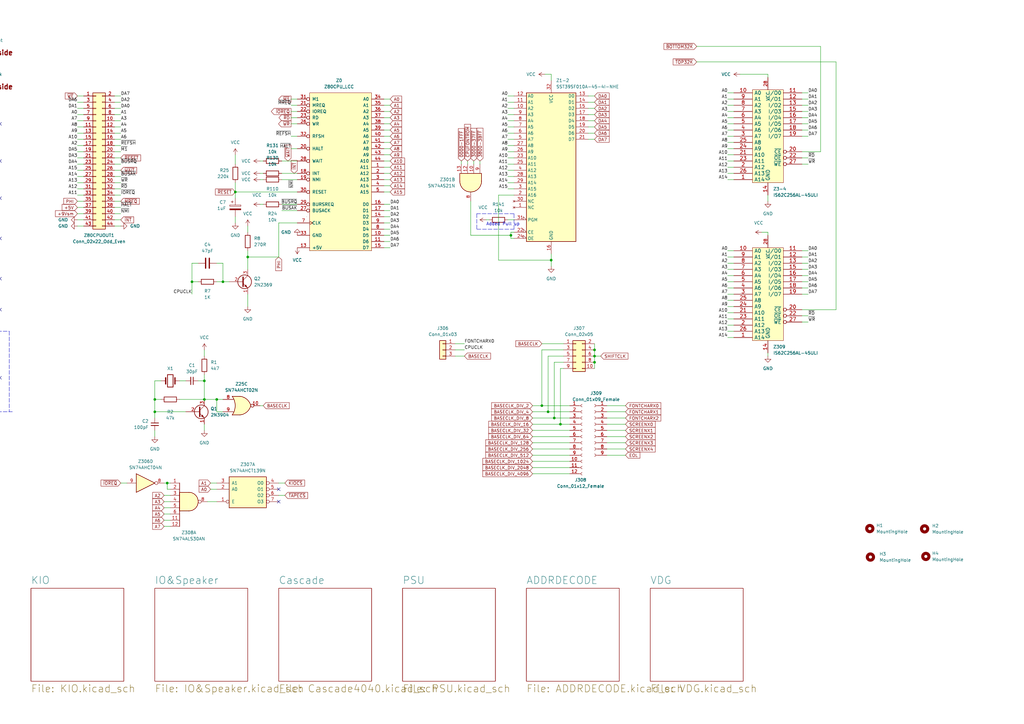
<source format=kicad_sch>
(kicad_sch (version 20211123) (generator eeschema)
  (paper "A3")
  (title_block (title "JupiterAce Z80 plus KIO and new memory format.") (date "2020-05-12") (rev "Alpha") (company "Ontobus") (comment 1 "John Bradley") (comment 2 "https://creativecommons.org/licenses/by-nc-sa/4.0/") (comment 3 "Attribution-NonCommercial-ShareAlike 4.0 International License.") (comment 4 "This work is licensed under a Creative Commons "))
  (junction (at 83.82 163.83))
  (junction (at 63.5 163.83))
  (junction (at 91.44 115.57))
  (junction (at 226.06 106.68))
  (junction (at 243.84 148.59))
  (junction (at 96.52 78.74))
  (junction (at 101.6 105.41))
  (junction (at 83.82 156.21))
  (junction (at 229.87 173.99))
  (junction (at 209.55 96.52))
  (junction (at 243.84 143.51))
  (junction (at 68.58 198.12))
  (junction (at 63.5 168.91))
  (junction (at 222.25 166.37))
  (junction (at 243.84 146.05))
  (junction (at 78.74 115.57))
  (junction (at 88.9 163.83))
  (junction (at 224.79 168.91))
  (junction (at 227.33 171.45))
  (no_connect (at -15.24 157.48))
  (no_connect (at -15.24 152.4))
  (no_connect (at 0 81.28))
  (no_connect (at -15.24 83.82))
  (no_connect (at 0 97.79))
  (no_connect (at -15.24 111.76))
  (no_connect (at -15.24 63.5))
  (no_connect (at -15.24 124.46))
  (no_connect (at -15.24 95.25))
  (no_connect (at -17.78 147.32))
  (no_connect (at 0 127))
  (no_connect (at -15.24 48.26))
  (no_connect (at -33.02 165.1))
  (no_connect (at 0 66.04))
  (no_connect (at 114.3 205.74))
  (no_connect (at -15.24 116.84))
  (no_connect (at 0 114.3))
  (no_connect (at -33.02 160.02))
  (no_connect (at -15.24 53.34))
  (no_connect (at -15.24 129.54))
  (no_connect (at -15.24 78.74))
  (no_connect (at 114.3 200.66))
  (no_connect (at -17.78 162.56))
  (no_connect (at -33.02 144.78))
  (no_connect (at -33.02 149.86))
  (no_connect (at 0 50.8))
  (no_connect (at -15.24 100.33))
  (no_connect (at 0 154.94))
  (no_connect (at -15.24 68.58))
  (wire (pts (xy 248.92 176.53) (xy 256.54 176.53)))
  (wire (pts (xy 300.99 71.12) (xy 298.45 71.12)))
  (wire (pts (xy 328.93 127) (xy 342.9 127)))
  (wire (pts (xy 226.06 104.14) (xy 226.06 106.68)))
  (wire (pts (xy 241.3 39.37) (xy 243.84 39.37)))
  (wire (pts (xy 107.95 73.66) (xy 106.68 73.66)))
  (wire (pts (xy 34.29 64.77) (xy 31.75 64.77)))
  (wire (pts (xy 227.33 171.45) (xy 233.68 171.45)))
  (wire (pts (xy 34.29 44.45) (xy 31.75 44.45)))
  (wire (pts (xy 210.82 74.93) (xy 208.28 74.93)))
  (wire (pts (xy 300.99 118.11) (xy 298.45 118.11)))
  (wire (pts (xy 209.55 96.52) (xy 209.55 97.79)))
  (wire (pts (xy 248.92 171.45) (xy 256.54 171.45)))
  (wire (pts (xy 204.47 80.01) (xy 210.82 80.01)))
  (wire (pts (xy 328.93 120.65) (xy 331.47 120.65)))
  (polyline (pts (xy 195.58 87.63) (xy 195.58 93.98)))
  (wire (pts (xy 46.99 69.85) (xy 49.53 69.85)))
  (wire (pts (xy 328.93 64.77) (xy 331.47 64.77)))
  (wire (pts (xy 157.48 86.36) (xy 160.02 86.36)))
  (wire (pts (xy 46.99 54.61) (xy 49.53 54.61)))
  (wire (pts (xy 81.28 115.57) (xy 78.74 115.57)))
  (wire (pts (xy 46.99 90.17) (xy 49.53 90.17)))
  (wire (pts (xy 300.99 63.5) (xy 298.45 63.5)))
  (wire (pts (xy 328.93 113.03) (xy 331.47 113.03)))
  (wire (pts (xy 157.48 43.18) (xy 160.02 43.18)))
  (wire (pts (xy 210.82 77.47) (xy 208.28 77.47)))
  (wire (pts (xy 34.29 57.15) (xy 31.75 57.15)))
  (wire (pts (xy 248.92 168.91) (xy 256.54 168.91)))
  (wire (pts (xy 300.99 48.26) (xy 298.45 48.26)))
  (wire (pts (xy 34.29 52.07) (xy 31.75 52.07)))
  (wire (pts (xy 68.58 198.12) (xy 67.31 198.12)))
  (wire (pts (xy 121.92 50.8) (xy 119.38 50.8)))
  (wire (pts (xy 83.82 156.21) (xy 83.82 163.83)))
  (wire (pts (xy 46.99 39.37) (xy 49.53 39.37)))
  (wire (pts (xy 93.98 115.57) (xy 91.44 115.57)))
  (wire (pts (xy 46.99 57.15) (xy 49.53 57.15)))
  (wire (pts (xy 96.52 78.74) (xy 121.92 78.74)))
  (wire (pts (xy 157.48 88.9) (xy 160.02 88.9)))
  (wire (pts (xy 314.96 80.01) (xy 314.96 82.55)))
  (polyline (pts (xy 210.82 87.63) (xy 195.58 87.63)))
  (wire (pts (xy 34.29 82.55) (xy 31.75 82.55)))
  (wire (pts (xy 300.99 128.27) (xy 298.45 128.27)))
  (wire (pts (xy 63.5 179.07) (xy 63.5 176.53)))
  (wire (pts (xy 121.92 71.12) (xy 115.57 71.12)))
  (wire (pts (xy 210.82 49.53) (xy 208.28 49.53)))
  (wire (pts (xy 328.93 129.54) (xy 331.47 129.54)))
  (wire (pts (xy 106.68 166.37) (xy 107.95 166.37)))
  (wire (pts (xy 243.84 146.05) (xy 243.84 148.59)))
  (wire (pts (xy 248.92 173.99) (xy 256.54 173.99)))
  (wire (pts (xy 119.38 55.88) (xy 121.92 55.88)))
  (wire (pts (xy 107.95 66.04) (xy 106.68 66.04)))
  (wire (pts (xy 88.9 168.91) (xy 88.9 163.83)))
  (wire (pts (xy 210.82 54.61) (xy 208.28 54.61)))
  (wire (pts (xy 218.44 181.61) (xy 233.68 181.61)))
  (wire (pts (xy 96.52 63.5) (xy 96.52 67.31)))
  (wire (pts (xy 31.75 90.17) (xy 34.29 90.17)))
  (wire (pts (xy 34.29 74.93) (xy 31.75 74.93)))
  (wire (pts (xy 314.96 30.48) (xy 303.53 30.48)))
  (wire (pts (xy 69.85 208.28) (xy 67.31 208.28)))
  (wire (pts (xy 69.85 210.82) (xy 67.31 210.82)))
  (wire (pts (xy 210.82 90.17) (xy 208.28 90.17)))
  (wire (pts (xy 210.82 39.37) (xy 208.28 39.37)))
  (wire (pts (xy 300.99 125.73) (xy 298.45 125.73)))
  (wire (pts (xy 328.93 62.23) (xy 336.55 62.23)))
  (wire (pts (xy 222.25 140.97) (xy 231.14 140.97)))
  (wire (pts (xy 248.92 179.07) (xy 256.54 179.07)))
  (wire (pts (xy 157.48 68.58) (xy 160.02 68.58)))
  (wire (pts (xy 218.44 191.77) (xy 233.68 191.77)))
  (wire (pts (xy 46.99 74.93) (xy 49.53 74.93)))
  (wire (pts (xy 121.92 60.96) (xy 119.38 60.96)))
  (wire (pts (xy 157.48 58.42) (xy 160.02 58.42)))
  (wire (pts (xy 300.99 138.43) (xy 298.45 138.43)))
  (wire (pts (xy 300.99 113.03) (xy 298.45 113.03)))
  (polyline (pts (xy 195.58 93.98) (xy 210.82 93.98)))
  (wire (pts (xy 328.93 40.64) (xy 331.47 40.64)))
  (wire (pts (xy 46.99 85.09) (xy 49.53 85.09)))
  (wire (pts (xy 96.52 91.44) (xy 96.52 88.9)))
  (wire (pts (xy 241.3 44.45) (xy 243.84 44.45)))
  (wire (pts (xy 222.25 166.37) (xy 222.25 143.51)))
  (wire (pts (xy 300.99 105.41) (xy 298.45 105.41)))
  (wire (pts (xy 157.48 63.5) (xy 160.02 63.5)))
  (wire (pts (xy 210.82 95.25) (xy 209.55 95.25)))
  (wire (pts (xy 210.82 64.77) (xy 208.28 64.77)))
  (wire (pts (xy 63.5 168.91) (xy 63.5 171.45)))
  (wire (pts (xy 328.93 55.88) (xy 331.47 55.88)))
  (polyline (pts (xy -44.45 135.89) (xy 3.81 135.89)))
  (wire (pts (xy 157.48 73.66) (xy 160.02 73.66)))
  (wire (pts (xy 200.66 90.17) (xy 199.39 90.17)))
  (wire (pts (xy 328.93 48.26) (xy 331.47 48.26)))
  (wire (pts (xy 68.58 200.66) (xy 69.85 200.66)))
  (wire (pts (xy 107.95 71.12) (xy 106.68 71.12)))
  (wire (pts (xy 241.3 57.15) (xy 243.84 57.15)))
  (wire (pts (xy 114.3 198.12) (xy 116.84 198.12)))
  (wire (pts (xy 157.48 45.72) (xy 160.02 45.72)))
  (wire (pts (xy 210.82 41.91) (xy 208.28 41.91)))
  (wire (pts (xy 69.85 205.74) (xy 67.31 205.74)))
  (wire (pts (xy 300.99 38.1) (xy 298.45 38.1)))
  (wire (pts (xy 218.44 186.69) (xy 233.68 186.69)))
  (wire (pts (xy 46.99 49.53) (xy 49.53 49.53)))
  (wire (pts (xy 227.33 148.59) (xy 231.14 148.59)))
  (wire (pts (xy 243.84 148.59) (xy 243.84 151.13)))
  (wire (pts (xy 96.52 74.93) (xy 96.52 78.74)))
  (wire (pts (xy 300.99 45.72) (xy 298.45 45.72)))
  (wire (pts (xy 68.58 198.12) (xy 68.58 200.66)))
  (wire (pts (xy 226.06 33.02) (xy 226.06 30.48)))
  (wire (pts (xy 285.75 19.05) (xy 336.55 19.05)))
  (wire (pts (xy 63.5 156.21) (xy 63.5 163.83)))
  (wire (pts (xy 248.92 186.69) (xy 256.54 186.69)))
  (wire (pts (xy 210.82 67.31) (xy 208.28 67.31)))
  (wire (pts (xy 210.82 72.39) (xy 208.28 72.39)))
  (wire (pts (xy 63.5 163.83) (xy 63.5 168.91)))
  (wire (pts (xy 69.85 213.36) (xy 67.31 213.36)))
  (wire (pts (xy 69.85 198.12) (xy 68.58 198.12)))
  (wire (pts (xy 300.99 110.49) (xy 298.45 110.49)))
  (wire (pts (xy 157.48 60.96) (xy 160.02 60.96)))
  (wire (pts (xy 46.99 67.31) (xy 49.53 67.31)))
  (wire (pts (xy 88.9 200.66) (xy 86.36 200.66)))
  (wire (pts (xy 248.92 166.37) (xy 256.54 166.37)))
  (wire (pts (xy 46.99 52.07) (xy 49.53 52.07)))
  (wire (pts (xy 336.55 19.05) (xy 336.55 62.23)))
  (wire (pts (xy 106.68 83.82) (xy 107.95 83.82)))
  (wire (pts (xy 241.3 46.99) (xy 243.84 46.99)))
  (wire (pts (xy 209.55 95.25) (xy 209.55 96.52)))
  (wire (pts (xy 88.9 168.91) (xy 91.44 168.91)))
  (polyline (pts (xy -44.45 168.91) (xy -44.45 135.89)))
  (wire (pts (xy 81.28 156.21) (xy 83.82 156.21)))
  (wire (pts (xy 243.84 143.51) (xy 243.84 140.97)))
  (wire (pts (xy 34.29 77.47) (xy 31.75 77.47)))
  (wire (pts (xy 218.44 179.07) (xy 233.68 179.07)))
  (wire (pts (xy 300.99 133.35) (xy 298.45 133.35)))
  (wire (pts (xy 157.48 55.88) (xy 160.02 55.88)))
  (wire (pts (xy 46.99 44.45) (xy 49.53 44.45)))
  (wire (pts (xy 248.92 184.15) (xy 256.54 184.15)))
  (wire (pts (xy 300.99 73.66) (xy 298.45 73.66)))
  (wire (pts (xy 34.29 69.85) (xy 31.75 69.85)))
  (wire (pts (xy 222.25 166.37) (xy 233.68 166.37)))
  (wire (pts (xy 121.92 86.36) (xy 115.57 86.36)))
  (wire (pts (xy 300.99 58.42) (xy 298.45 58.42)))
  (wire (pts (xy 34.29 85.09) (xy 31.75 85.09)))
  (wire (pts (xy 157.48 78.74) (xy 160.02 78.74)))
  (wire (pts (xy 83.82 173.99) (xy 83.82 176.53)))
  (wire (pts (xy 46.99 62.23) (xy 49.53 62.23)))
  (wire (pts (xy 241.3 54.61) (xy 243.84 54.61)))
  (wire (pts (xy 300.99 68.58) (xy 298.45 68.58)))
  (wire (pts (xy 157.48 93.98) (xy 160.02 93.98)))
  (wire (pts (xy 157.48 96.52) (xy 160.02 96.52)))
  (wire (pts (xy 157.48 91.44) (xy 160.02 91.44)))
  (wire (pts (xy 218.44 194.31) (xy 233.68 194.31)))
  (wire (pts (xy 101.6 120.65) (xy 101.6 125.73)))
  (wire (pts (xy 222.25 143.51) (xy 231.14 143.51)))
  (wire (pts (xy 210.82 52.07) (xy 208.28 52.07)))
  (wire (pts (xy 328.93 45.72) (xy 331.47 45.72)))
  (wire (pts (xy 218.44 189.23) (xy 233.68 189.23)))
  (wire (pts (xy 300.99 135.89) (xy 298.45 135.89)))
  (wire (pts (xy 186.69 143.51) (xy 190.5 143.51)))
  (wire (pts (xy 300.99 115.57) (xy 298.45 115.57)))
  (wire (pts (xy 114.3 105.41) (xy 114.3 91.44)))
  (wire (pts (xy 34.29 80.01) (xy 31.75 80.01)))
  (wire (pts (xy 226.06 106.68) (xy 226.06 109.22)))
  (wire (pts (xy 300.99 50.8) (xy 298.45 50.8)))
  (wire (pts (xy 34.29 92.71) (xy 31.75 92.71)))
  (wire (pts (xy 328.93 105.41) (xy 331.47 105.41)))
  (wire (pts (xy 300.99 53.34) (xy 298.45 53.34)))
  (wire (pts (xy 189.23 67.31) (xy 189.23 66.04)))
  (wire (pts (xy 34.29 41.91) (xy 31.75 41.91)))
  (wire (pts (xy 52.07 198.12) (xy 49.53 198.12)))
  (wire (pts (xy 34.29 67.31) (xy 31.75 67.31)))
  (wire (pts (xy 210.82 62.23) (xy 208.28 62.23)))
  (wire (pts (xy 241.3 49.53) (xy 243.84 49.53)))
  (wire (pts (xy 328.93 38.1) (xy 331.47 38.1)))
  (wire (pts (xy 157.48 99.06) (xy 160.02 99.06)))
  (wire (pts (xy 101.6 105.41) (xy 101.6 110.49)))
  (wire (pts (xy 193.04 96.52) (xy 209.55 96.52)))
  (wire (pts (xy 218.44 184.15) (xy 233.68 184.15)))
  (wire (pts (xy 46.99 80.01) (xy 49.53 80.01)))
  (wire (pts (xy 226.06 106.68) (xy 204.47 106.68)))
  (wire (pts (xy 300.99 55.88) (xy 298.45 55.88)))
  (wire (pts (xy 63.5 163.83) (xy 66.04 163.83)))
  (wire (pts (xy 229.87 173.99) (xy 233.68 173.99)))
  (wire (pts (xy 121.92 66.04) (xy 115.57 66.04)))
  (wire (pts (xy 328.93 110.49) (xy 331.47 110.49)))
  (wire (pts (xy 63.5 168.91) (xy 76.2 168.91)))
  (wire (pts (xy 186.69 140.97) (xy 190.5 140.97)))
  (wire (pts (xy 88.9 115.57) (xy 91.44 115.57)))
  (wire (pts (xy 73.66 163.83) (xy 83.82 163.83)))
  (wire (pts (xy 204.47 80.01) (xy 204.47 106.68)))
  (wire (pts (xy 300.99 102.87) (xy 298.45 102.87)))
  (wire (pts (xy 121.92 40.64) (xy 119.38 40.64)))
  (wire (pts (xy 69.85 215.9) (xy 67.31 215.9)))
  (wire (pts (xy 229.87 173.99) (xy 229.87 151.13)))
  (wire (pts (xy 210.82 46.99) (xy 208.28 46.99)))
  (wire (pts (xy 300.99 60.96) (xy 298.45 60.96)))
  (wire (pts (xy 83.82 146.05) (xy 83.82 143.51)))
  (wire (pts (xy 157.48 40.64) (xy 160.02 40.64)))
  (wire (pts (xy 300.99 130.81) (xy 298.45 130.81)))
  (wire (pts (xy 196.85 67.31) (xy 196.85 66.04)))
  (wire (pts (xy 46.99 46.99) (xy 49.53 46.99)))
  (wire (pts (xy 300.99 40.64) (xy 298.45 40.64)))
  (wire (pts (xy 285.75 25.4) (xy 342.9 25.4)))
  (wire (pts (xy 157.48 48.26) (xy 160.02 48.26)))
  (wire (pts (xy 210.82 97.79) (xy 209.55 97.79)))
  (wire (pts (xy 34.29 54.61) (xy 31.75 54.61)))
  (wire (pts (xy 328.93 118.11) (xy 331.47 118.11)))
  (wire (pts (xy 229.87 173.99) (xy 218.44 173.99)))
  (wire (pts (xy 210.82 57.15) (xy 208.28 57.15)))
  (wire (pts (xy 231.14 151.13) (xy 229.87 151.13)))
  (wire (pts (xy 191.77 66.04) (xy 191.77 67.31)))
  (polyline (pts (xy 3.81 135.89) (xy 3.81 168.91)))
  (wire (pts (xy 96.52 81.28) (xy 96.52 78.74)))
  (wire (pts (xy 328.93 107.95) (xy 331.47 107.95)))
  (wire (pts (xy 314.96 30.48) (xy 314.96 31.75)))
  (wire (pts (xy 218.44 171.45) (xy 227.33 171.45)))
  (wire (pts (xy 157.48 53.34) (xy 160.02 53.34)))
  (wire (pts (xy 226.06 30.48) (xy 223.52 30.48)))
  (wire (pts (xy 34.29 62.23) (xy 31.75 62.23)))
  (wire (pts (xy 314.96 95.25) (xy 312.42 95.25)))
  (wire (pts (xy 34.29 59.69) (xy 31.75 59.69)))
  (wire (pts (xy 243.84 143.51) (xy 243.84 146.05)))
  (wire (pts (xy 243.84 146.05) (xy 246.38 146.05)))
  (wire (pts (xy 218.44 168.91) (xy 224.79 168.91)))
  (wire (pts (xy 49.53 87.63) (xy 46.99 87.63)))
  (wire (pts (xy 101.6 95.25) (xy 101.6 92.71)))
  (wire (pts (xy 83.82 163.83) (xy 88.9 163.83)))
  (wire (pts (xy 91.44 107.95) (xy 88.9 107.95)))
  (wire (pts (xy 78.74 115.57) (xy 78.74 120.65)))
  (wire (pts (xy 46.99 59.69) (xy 49.53 59.69)))
  (wire (pts (xy 300.99 120.65) (xy 298.45 120.65)))
  (wire (pts (xy 101.6 102.87) (xy 101.6 105.41)))
  (wire (pts (xy 121.92 48.26) (xy 119.38 48.26)))
  (wire (pts (xy 227.33 171.45) (xy 227.33 148.59)))
  (wire (pts (xy 241.3 52.07) (xy 243.84 52.07)))
  (wire (pts (xy 224.79 168.91) (xy 224.79 146.05)))
  (wire (pts (xy 248.92 181.61) (xy 256.54 181.61)))
  (wire (pts (xy 157.48 71.12) (xy 160.02 71.12)))
  (wire (pts (xy 328.93 102.87) (xy 331.47 102.87)))
  (wire (pts (xy 34.29 49.53) (xy 31.75 49.53)))
  (wire (pts (xy 300.99 43.18) (xy 298.45 43.18)))
  (wire (pts (xy 300.99 66.04) (xy 298.45 66.04)))
  (wire (pts (xy 88.9 205.74) (xy 85.09 205.74)))
  (wire (pts (xy 115.57 83.82) (xy 121.92 83.82)))
  (wire (pts (xy 121.92 43.18) (xy 119.38 43.18)))
  (wire (pts (xy 157.48 76.2) (xy 160.02 76.2)))
  (wire (pts (xy 328.93 43.18) (xy 331.47 43.18)))
  (wire (pts (xy 218.44 176.53) (xy 233.68 176.53)))
  (wire (pts (xy 328.93 53.34) (xy 331.47 53.34)))
  (wire (pts (xy 46.99 92.71) (xy 49.53 92.71)))
  (polyline (pts (xy 210.82 93.98) (xy 210.82 87.63)))
  (wire (pts (xy 328.93 115.57) (xy 331.47 115.57)))
  (wire (pts (xy 34.29 46.99) (xy 31.75 46.99)))
  (wire (pts (xy 328.93 67.31) (xy 331.47 67.31)))
  (wire (pts (xy 314.96 95.25) (xy 314.96 96.52)))
  (wire (pts (xy 83.82 153.67) (xy 83.82 156.21)))
  (wire (pts (xy 300.99 123.19) (xy 298.45 123.19)))
  (wire (pts (xy 34.29 72.39) (xy 31.75 72.39)))
  (wire (pts (xy 114.3 105.41) (xy 101.6 105.41)))
  (wire (pts (xy 69.85 203.2) (xy 67.31 203.2)))
  (wire (pts (xy 224.79 146.05) (xy 231.14 146.05)))
  (wire (pts (xy 210.82 44.45) (xy 208.28 44.45)))
  (wire (pts (xy 157.48 66.04) (xy 160.02 66.04)))
  (wire (pts (xy 34.29 39.37) (xy 31.75 39.37)))
  (wire (pts (xy 88.9 198.12) (xy 86.36 198.12)))
  (wire (pts (xy 46.99 82.55) (xy 49.53 82.55)))
  (wire (pts (xy 194.31 67.31) (xy 194.31 66.04)))
  (wire (pts (xy 121.92 45.72) (xy 119.38 45.72)))
  (wire (pts (xy 157.48 50.8) (xy 160.02 50.8)))
  (wire (pts (xy 34.29 87.63) (xy 31.75 87.63)))
  (wire (pts (xy 88.9 163.83) (xy 91.44 163.83)))
  (wire (pts (xy 78.74 107.95) (xy 78.74 115.57)))
  (polyline (pts (xy -44.45 168.91) (xy 5.08 168.91)))
  (wire (pts (xy 46.99 72.39) (xy 49.53 72.39)))
  (wire (pts (xy 157.48 101.6) (xy 160.02 101.6)))
  (wire (pts (xy 210.82 69.85) (xy 208.28 69.85)))
  (wire (pts (xy 81.28 107.95) (xy 78.74 107.95)))
  (wire (pts (xy 193.04 96.52) (xy 193.04 82.55)))
  (wire (pts (xy 300.99 107.95) (xy 298.45 107.95)))
  (wire (pts (xy 241.3 41.91) (xy 243.84 41.91)))
  (wire (pts (xy 186.69 146.05) (xy 190.5 146.05)))
  (wire (pts (xy 46.99 64.77) (xy 49.53 64.77)))
  (wire (pts (xy 121.92 73.66) (xy 115.57 73.66)))
  (wire (pts (xy 46.99 77.47) (xy 49.53 77.47)))
  (wire (pts (xy 114.3 203.2) (xy 116.84 203.2)))
  (wire (pts (xy 328.93 50.8) (xy 331.47 50.8)))
  (wire (pts (xy 91.44 115.57) (xy 91.44 107.95)))
  (wire (pts (xy 224.79 168.91) (xy 233.68 168.91)))
  (wire (pts (xy 314.96 144.78) (xy 314.96 146.05)))
  (wire (pts (xy 114.3 91.44) (xy 121.92 91.44)))
  (wire (pts (xy 328.93 132.08) (xy 331.47 132.08)))
  (wire (pts (xy 157.48 83.82) (xy 160.02 83.82)))
  (wire (pts (xy 46.99 41.91) (xy 49.53 41.91)))
  (wire (pts (xy 342.9 25.4) (xy 342.9 127)))
  (wire (pts (xy 73.66 156.21) (xy 76.2 156.21)))
  (wire (pts (xy 63.5 156.21) (xy 66.04 156.21)))
  (wire (pts (xy 218.44 166.37) (xy 222.25 166.37)))
  (wire (pts (xy 210.82 59.69) (xy 208.28 59.69)))
  (text "Added Pull up" (at 199.39 92.71 0) (effects (font (size 1.27 1.27)) (justify left bottom)))
  (text "XOR" (at -8.89 140.97 0) (effects (font (size 1.27 1.27)) (justify left bottom)))
  (label "A1" (at 298.45 40.64 180))
  (label "DA3" (at 331.47 110.49 0))
  (label "A5" (at 49.53 54.61 0))
  (label "~{REFSH}" (at 119.38 55.88 180))
  (label "DA1" (at 331.47 105.41 0))
  (label "~{RD}" (at 331.47 129.54 0))
  (label "A5" (at 298.45 50.8 180))
  (label "A13" (at 298.45 135.89 180))
  (label "A9" (at 298.45 125.73 180))
  (label "CPUCLK" (at 78.74 120.65 180))
  (label "~{IOREQ}" (at 49.53 80.01 0))
  (label "~{WR}" (at 331.47 67.31 0))
  (label "A7" (at 298.45 120.65 180))
  (label "A13" (at 298.45 71.12 180))
  (label "~{BUSRQ}" (at 49.53 67.31 0))
  (label "A11" (at 31.75 80.01 180))
  (label "DA4" (at 31.75 67.31 180))
  (label "DA7" (at 331.47 120.65 0))
  (label "A0" (at 298.45 102.87 180))
  (label "~{WR}" (at 331.47 132.08 0))
  (label "A11" (at 208.28 67.31 180))
  (label "A3" (at 298.45 45.72 180))
  (label "A13" (at 208.28 72.39 180))
  (label "DA1" (at 31.75 44.45 180))
  (label "A1" (at 49.53 46.99 0))
  (label "A14" (at 298.45 73.66 180))
  (label "A8" (at 298.45 123.19 180))
  (label "A11" (at 298.45 66.04 180))
  (label "A1" (at 298.45 105.41 180))
  (label "FONTCHARX0" (at 190.5 140.97 0))
  (label "DA0" (at 331.47 38.1 0))
  (label "A9" (at 31.75 54.61 180))
  (label "DA3" (at 331.47 45.72 0))
  (label "A10" (at 298.45 128.27 180))
  (label "~{HALT}" (at 119.38 60.96 180))
  (label "A4" (at 208.28 49.53 180))
  (label "A7" (at 298.45 55.88 180))
  (label "DA1" (at 160.02 86.36 0))
  (label "A7" (at 208.28 57.15 180))
  (label "DA5" (at 331.47 115.57 0))
  (label "DA7" (at 160.02 101.6 0))
  (label "A2" (at 208.28 44.45 180))
  (label "DA6" (at 31.75 41.91 180))
  (label "A5" (at 208.28 52.07 180))
  (label "A0" (at 208.28 39.37 180))
  (label "DA5" (at 31.75 62.23 180))
  (label "A10" (at 208.28 64.77 180))
  (label "A14" (at 208.28 74.93 180))
  (label "DA0" (at 49.53 44.45 0))
  (label "A5" (at 298.45 115.57 180))
  (label "A9" (at 298.45 60.96 180))
  (label "A3" (at 298.45 110.49 180))
  (label "A14" (at 298.45 138.43 180))
  (label "DA6" (at 331.47 118.11 0))
  (label "A0" (at 298.45 38.1 180))
  (label "A2" (at 298.45 43.18 180))
  (label "A15" (at 208.28 77.47 180))
  (label "A6" (at 298.45 118.11 180))
  (label "A3" (at 49.53 49.53 0))
  (label "A4" (at 298.45 113.03 180))
  (label "A12" (at 208.28 69.85 180))
  (label "DA4" (at 160.02 93.98 0))
  (label "DA6" (at 160.02 99.06 0))
  (label "A10" (at 31.75 57.15 180))
  (label "DA5" (at 331.47 50.8 0))
  (label "~{BUSRQ}" (at 121.92 83.82 180))
  (label "~{BUSAK}" (at 115.57 86.36 0))
  (label "A12" (at 298.45 68.58 180))
  (label "DA4" (at 331.47 113.03 0))
  (label "A2" (at 298.45 107.95 180))
  (label "DA0" (at 160.02 83.82 0))
  (label "DA7" (at 331.47 55.88 0))
  (label "A3" (at 208.28 46.99 180))
  (label "~{M1}" (at 49.53 62.23 0))
  (label "A13" (at 31.75 74.93 180))
  (label "A9" (at 208.28 62.23 180))
  (label "A6" (at 298.45 53.34 180))
  (label "~{BUSAK}" (at 49.53 72.39 0))
  (label "A12" (at 31.75 77.47 180))
  (label "A8" (at 31.75 52.07 180))
  (label "DA2" (at 331.47 43.18 0))
  (label "~{NMI}" (at 120.65 73.66 270))
  (label "DA2" (at 49.53 41.91 0))
  (label "A14" (at 31.75 72.39 180))
  (label "DA5" (at 160.02 96.52 0))
  (label "~{REFSH}" (at 49.53 59.69 0))
  (label "DA0" (at 331.47 102.87 0))
  (label "A10" (at 298.45 63.5 180))
  (label "~{NMI}" (at 49.53 87.63 0))
  (label "DA1" (at 331.47 40.64 0))
  (label "DA2" (at 160.02 88.9 0))
  (label "~{RD}" (at 331.47 64.77 0))
  (label "A8" (at 208.28 59.69 180))
  (label "~{HALT}" (at 49.53 85.09 0))
  (label "A6" (at 208.28 54.61 180))
  (label "A4" (at 49.53 52.07 0))
  (label "A15" (at 31.75 69.85 180))
  (label "DA6" (at 331.47 53.34 0))
  (label "~{RD}" (at 49.53 77.47 0))
  (label "~{MREQ}" (at 119.38 43.18 180))
  (label "~{WR}" (at 49.53 74.93 0))
  (label "DA3" (at 160.02 91.44 0))
  (label "A6" (at 49.53 57.15 0))
  (label "A1" (at 208.28 41.91 180))
  (label "A0" (at 31.75 46.99 180))
  (label "DA3" (at 31.75 64.77 180))
  (label "A11" (at 298.45 130.81 180))
  (label "DA4" (at 331.47 48.26 0))
  (label "A4" (at 298.45 48.26 180))
  (label "DA7" (at 49.53 39.37 0))
  (label "A8" (at 298.45 58.42 180))
  (label "A12" (at 298.45 133.35 180))
  (label "CPUCLK" (at 190.5 143.51 0))
  (label "A7" (at 31.75 49.53 180))
  (label "DA2" (at 331.47 107.95 0))
  (label "A2" (at 31.75 59.69 180))
  (global_label "DA5" (shape input) (at 243.84 52.07 0) (property "Intersheet References" "${INTERSHEET_REFS}" (at 249.7323 51.9906 0) (effects (justify left))))
  (global_label "BASECLK_DIV_1024" (shape input) (at 218.44 189.23 180) (property "Intersheet References" "${INTERSHEET_REFS}" (at 198.0939 189.1506 0) (effects (justify right))))
  (global_label "A6" (shape input) (at 160.02 55.88 0) (property "Intersheet References" "${INTERSHEET_REFS}" (at 164.6423 55.8006 0) (effects (justify left))))
  (global_label "~{BOTTOM32K}" (shape input) (at 285.75 19.05 180) (property "Intersheet References" "${INTERSHEET_REFS}" (at 272.4191 18.9706 0) (effects (justify right))))
  (global_label "A4" (shape input) (at 160.02 50.8 0) (property "Intersheet References" "${INTERSHEET_REFS}" (at 164.6423 50.7206 0) (effects (justify left))))
  (global_label "~{INT}" (shape input) (at 120.65 71.12 90) (property "Intersheet References" "${INTERSHEET_REFS}" (at 120.5706 65.8929 90) (effects (justify left))))
  (global_label "A12" (shape input) (at 160.02 71.12 0) (property "Intersheet References" "${INTERSHEET_REFS}" (at 165.8518 71.0406 0) (effects (justify left))))
  (global_label "SCREENX0" (shape input) (at 256.54 173.99 0) (property "Intersheet References" "${INTERSHEET_REFS}" (at 268.6613 173.9106 0) (effects (justify left))))
  (global_label "~{RESET}" (shape input) (at 96.52 78.74 180) (property "Intersheet References" "${INTERSHEET_REFS}" (at 88.4506 78.6606 0) (effects (justify right))))
  (global_label "A5" (shape input) (at 160.02 53.34 0) (property "Intersheet References" "${INTERSHEET_REFS}" (at 164.6423 53.2606 0) (effects (justify left))))
  (global_label "BASECLK" (shape input) (at 107.95 166.37 0) (property "Intersheet References" "${INTERSHEET_REFS}" (at 118.5594 166.2906 0) (effects (justify left))))
  (global_label "~{TOP32K}" (shape input) (at 285.75 25.4 180) (property "Intersheet References" "${INTERSHEET_REFS}" (at 276.1687 25.3206 0) (effects (justify right))))
  (global_label "BASECLK_DIV_512" (shape input) (at 218.44 186.69 180) (property "Intersheet References" "${INTERSHEET_REFS}" (at 199.3034 186.6106 0) (effects (justify right))))
  (global_label "PHI" (shape input) (at 31.75 82.55 180) (property "Intersheet References" "${INTERSHEET_REFS}" (at 26.2206 82.4706 0) (effects (justify right))))
  (global_label "A6" (shape input) (at 67.31 213.36 180) (property "Intersheet References" "${INTERSHEET_REFS}" (at 62.6877 213.2806 0) (effects (justify right))))
  (global_label "BASECLK_DIV_16" (shape input) (at 218.44 173.99 180) (property "Intersheet References" "${INTERSHEET_REFS}" (at 200.5129 173.9106 0) (effects (justify right))))
  (global_label "~{IOREQ}" (shape output) (at 119.38 45.72 180) (property "Intersheet References" "${INTERSHEET_REFS}" (at 111.371 45.6406 0) (effects (justify right))))
  (global_label "A9" (shape input) (at 160.02 63.5 0) (property "Intersheet References" "${INTERSHEET_REFS}" (at 164.6423 63.4206 0) (effects (justify left))))
  (global_label "SCREENX4" (shape input) (at 256.54 184.15 0) (property "Intersheet References" "${INTERSHEET_REFS}" (at 268.6613 184.0706 0) (effects (justify left))))
  (global_label "DA0" (shape input) (at 243.84 39.37 0) (property "Intersheet References" "${INTERSHEET_REFS}" (at 249.7323 39.2906 0) (effects (justify left))))
  (global_label "A11" (shape input) (at 160.02 68.58 0) (property "Intersheet References" "${INTERSHEET_REFS}" (at 165.8518 68.5006 0) (effects (justify left))))
  (global_label "DA3" (shape input) (at 243.84 46.99 0) (property "Intersheet References" "${INTERSHEET_REFS}" (at 249.7323 46.9106 0) (effects (justify left))))
  (global_label "+5V" (shape input) (at 31.75 85.09 180) (property "Intersheet References" "${INTERSHEET_REFS}" (at 25.5553 85.0106 0) (effects (justify right))))
  (global_label "~{TAPECS}" (shape input) (at 116.84 203.2 0) (property "Intersheet References" "${INTERSHEET_REFS}" (at 126.119 203.1206 0) (effects (justify left))))
  (global_label "~{INT}" (shape input) (at 49.53 90.17 0) (property "Intersheet References" "${INTERSHEET_REFS}" (at 54.7571 90.0906 0) (effects (justify left))))
  (global_label "EOL" (shape input) (at 256.54 186.69 0) (property "Intersheet References" "${INTERSHEET_REFS}" (at 262.3718 186.6106 0) (effects (justify left))))
  (global_label "SCREENX1" (shape input) (at 256.54 176.53 0) (property "Intersheet References" "${INTERSHEET_REFS}" (at 268.6613 176.4506 0) (effects (justify left))))
  (global_label "FONTCHARX0" (shape input) (at 256.54 166.37 0) (property "Intersheet References" "${INTERSHEET_REFS}" (at 270.9594 166.2906 0) (effects (justify left))))
  (global_label "A3" (shape input) (at 160.02 48.26 0) (property "Intersheet References" "${INTERSHEET_REFS}" (at 164.6423 48.1806 0) (effects (justify left))))
  (global_label "~{3000-37FF}" (shape input) (at 194.31 66.04 90) (property "Intersheet References" "${INTERSHEET_REFS}" (at 194.2306 52.7091 90) (effects (justify left))))
  (global_label "SCREENX3" (shape input) (at 256.54 181.61 0) (property "Intersheet References" "${INTERSHEET_REFS}" (at 268.6613 181.5306 0) (effects (justify left))))
  (global_label "BASECLK_DIV_2048" (shape input) (at 218.44 191.77 180) (property "Intersheet References" "${INTERSHEET_REFS}" (at 198.0939 191.6906 0) (effects (justify right))))
  (global_label "~{WAIT}" (shape input) (at 118.11 66.04 90) (property "Intersheet References" "${INTERSHEET_REFS}" (at 118.0306 59.6034 90) (effects (justify left))))
  (global_label "+9Vsm" (shape input) (at 31.75 87.63 180) (property "Intersheet References" "${INTERSHEET_REFS}" (at 22.8339 87.5506 0) (effects (justify right))))
  (global_label "~{M1}" (shape output) (at 119.38 40.64 180) (property "Intersheet References" "${INTERSHEET_REFS}" (at 114.3948 40.5606 0) (effects (justify right))))
  (global_label "A2" (shape input) (at 67.31 203.2 180) (property "Intersheet References" "${INTERSHEET_REFS}" (at 62.6877 203.1206 0) (effects (justify right))))
  (global_label "A10" (shape input) (at 160.02 66.04 0) (property "Intersheet References" "${INTERSHEET_REFS}" (at 165.8518 65.9606 0) (effects (justify left))))
  (global_label "A2" (shape input) (at 160.02 45.72 0) (property "Intersheet References" "${INTERSHEET_REFS}" (at 164.6423 45.6406 0) (effects (justify left))))
  (global_label "~{3800-3BFF}" (shape input) (at 196.85 66.04 90) (property "Intersheet References" "${INTERSHEET_REFS}" (at 196.7706 52.6487 90) (effects (justify left))))
  (global_label "BASECLK_DIV_2" (shape input) (at 218.44 166.37 180) (property "Intersheet References" "${INTERSHEET_REFS}" (at 201.7225 166.2906 0) (effects (justify right))))
  (global_label "A7" (shape input) (at 67.31 215.9 180) (property "Intersheet References" "${INTERSHEET_REFS}" (at 62.6877 215.8206 0) (effects (justify right))))
  (global_label "~{WAIT}" (shape input) (at 49.53 69.85 0) (property "Intersheet References" "${INTERSHEET_REFS}" (at 55.9666 69.7706 0) (effects (justify left))))
  (global_label "PHI" (shape input) (at 114.3 105.41 270) (property "Intersheet References" "${INTERSHEET_REFS}" (at 114.2206 110.9394 90) (effects (justify right))))
  (global_label "BASECLK_DIV_32" (shape input) (at 218.44 176.53 180) (property "Intersheet References" "${INTERSHEET_REFS}" (at 200.5129 176.4506 0) (effects (justify right))))
  (global_label "~{0000-1FFF}" (shape input) (at 189.23 66.04 90) (property "Intersheet References" "${INTERSHEET_REFS}" (at 189.1506 52.8301 90) (effects (justify left))))
  (global_label "SCREENX2" (shape input) (at 256.54 179.07 0) (property "Intersheet References" "${INTERSHEET_REFS}" (at 268.6613 178.9906 0) (effects (justify left))))
  (global_label "~{IOREQ}" (shape input) (at 49.53 198.12 180) (property "Intersheet References" "${INTERSHEET_REFS}" (at 41.521 198.0406 0) (effects (justify right))))
  (global_label "~{CPUFONTROM}" (shape input) (at 191.77 66.04 90) (property "Intersheet References" "${INTERSHEET_REFS}" (at 191.6906 51.0763 90) (effects (justify left))))
  (global_label "A1" (shape input) (at 160.02 43.18 0) (property "Intersheet References" "${INTERSHEET_REFS}" (at 164.6423 43.1006 0) (effects (justify left))))
  (global_label "SHIFTCLK" (shape input) (at 246.38 146.05 0) (property "Intersheet References" "${INTERSHEET_REFS}" (at 257.4732 145.9706 0) (effects (justify left))))
  (global_label "FONTCHARX1" (shape input) (at 256.54 168.91 0) (property "Intersheet References" "${INTERSHEET_REFS}" (at 270.9594 168.8306 0) (effects (justify left))))
  (global_label "DA6" (shape input) (at 243.84 54.61 0) (property "Intersheet References" "${INTERSHEET_REFS}" (at 249.7323 54.5306 0) (effects (justify left))))
  (global_label "DA4" (shape input) (at 243.84 49.53 0) (property "Intersheet References" "${INTERSHEET_REFS}" (at 249.7323 49.4506 0) (effects (justify left))))
  (global_label "BASECLK" (shape input) (at 222.25 140.97 180) (property "Intersheet References" "${INTERSHEET_REFS}" (at 211.6406 140.8906 0) (effects (justify right))))
  (global_label "A7" (shape input) (at 160.02 58.42 0) (property "Intersheet References" "${INTERSHEET_REFS}" (at 164.6423 58.3406 0) (effects (justify left))))
  (global_label "A0" (shape input) (at 86.36 200.66 180) (property "Intersheet References" "${INTERSHEET_REFS}" (at 81.7377 200.5806 0) (effects (justify right))))
  (global_label "~{RD}" (shape output) (at 119.38 48.26 180) (property "Intersheet References" "${INTERSHEET_REFS}" (at 114.5158 48.1806 0) (effects (justify right))))
  (global_label "A0" (shape input) (at 160.02 40.64 0) (property "Intersheet References" "${INTERSHEET_REFS}" (at 164.6423 40.5606 0) (effects (justify left))))
  (global_label "BASECLK_DIV_128" (shape input) (at 218.44 181.61 180) (property "Intersheet References" "${INTERSHEET_REFS}" (at 199.3034 181.5306 0) (effects (justify right))))
  (global_label "DA2" (shape input) (at 243.84 44.45 0) (property "Intersheet References" "${INTERSHEET_REFS}" (at 249.7323 44.3706 0) (effects (justify left))))
  (global_label "~{RESET}" (shape input) (at 49.53 64.77 0) (property "Intersheet References" "${INTERSHEET_REFS}" (at 57.5994 64.6906 0) (effects (justify left))))
  (global_label "~{WE}" (shape input) (at 31.75 39.37 180) (property "Intersheet References" "${INTERSHEET_REFS}" (at 26.8253 39.2906 0) (effects (justify right))))
  (global_label "A3" (shape input) (at 67.31 205.74 180) (property "Intersheet References" "${INTERSHEET_REFS}" (at 62.6877 205.6606 0) (effects (justify right))))
  (global_label "~{KIOCS}" (shape input) (at 116.84 198.12 0) (property "Intersheet References" "${INTERSHEET_REFS}" (at 124.849 198.0406 0) (effects (justify left))))
  (global_label "A14" (shape input) (at 160.02 76.2 0) (property "Intersheet References" "${INTERSHEET_REFS}" (at 165.8518 76.1206 0) (effects (justify left))))
  (global_label "A4" (shape input) (at 67.31 208.28 180) (property "Intersheet References" "${INTERSHEET_REFS}" (at 62.6877 208.2006 0) (effects (justify right))))
  (global_label "A8" (shape input) (at 160.02 60.96 0) (property "Intersheet References" "${INTERSHEET_REFS}" (at 164.6423 60.8806 0) (effects (justify left))))
  (global_label "A15" (shape input) (at 160.02 78.74 0) (property "Intersheet References" "${INTERSHEET_REFS}" (at 165.8518 78.6606 0) (effects (justify left))))
  (global_label "DA7" (shape input) (at 243.84 57.15 0) (property "Intersheet References" "${INTERSHEET_REFS}" (at 249.7323 57.0706 0) (effects (justify left))))
  (global_label "BASECLK_DIV_256" (shape input) (at 218.44 184.15 180) (property "Intersheet References" "${INTERSHEET_REFS}" (at 199.3034 184.0706 0) (effects (justify right))))
  (global_label "~{MREQ}" (shape input) (at 49.53 82.55 0) (property "Intersheet References" "${INTERSHEET_REFS}" (at 57.0552 82.4706 0) (effects (justify left))))
  (global_label "A5" (shape input) (at 67.31 210.82 180) (property "Intersheet References" "${INTERSHEET_REFS}" (at 62.6877 210.7406 0) (effects (justify right))))
  (global_label "A13" (shape input) (at 160.02 73.66 0) (property "Intersheet References" "${INTERSHEET_REFS}" (at 165.8518 73.5806 0) (effects (justify left))))
  (global_label "A1" (shape input) (at 86.36 198.12 180) (property "Intersheet References" "${INTERSHEET_REFS}" (at 81.7377 198.0406 0) (effects (justify right))))
  (global_label "BASECLK" (shape input) (at 190.5 146.05 0) (property "Intersheet References" "${INTERSHEET_REFS}" (at 201.1094 145.9706 0) (effects (justify left))))
  (global_label "BASECLK_DIV_8" (shape input) (at 218.44 171.45 180) (property "Intersheet References" "${INTERSHEET_REFS}" (at 201.7225 171.3706 0) (effects (justify right))))
  (global_label "~{WR}" (shape output) (at 119.38 50.8 180) (property "Intersheet References" "${INTERSHEET_REFS}" (at 114.3344 50.7206 0) (effects (justify right))))
  (global_label "FONTCHARX2" (shape input) (at 256.54 171.45 0) (property "Intersheet References" "${INTERSHEET_REFS}" (at 270.9594 171.3706 0) (effects (justify left))))
  (global_label "DA1" (shape input) (at 243.84 41.91 0) (property "Intersheet References" "${INTERSHEET_REFS}" (at 249.7323 41.8306 0) (effects (justify left))))
  (global_label "BASECLK_DIV_4096" (shape input) (at 218.44 194.31 180) (property "Intersheet References" "${INTERSHEET_REFS}" (at 198.0939 194.2306 0) (effects (justify right))))
  (global_label "BASECLK_DIV_4" (shape input) (at 218.44 168.91 180) (property "Intersheet References" "${INTERSHEET_REFS}" (at 201.7225 168.8306 0) (effects (justify right))))
  (global_label "BASECLK_DIV_64" (shape input) (at 218.44 179.07 180) (property "Intersheet References" "${INTERSHEET_REFS}" (at 200.5129 178.9906 0) (effects (justify right))))
  (symbol (lib_id "Zilog_Z80:Z80CPU-LCC") (at 127 38.1 0) (unit 1)
    (property "Reference" "Z0" (at 139.065 33.02 0))
    (property "Value" "Z80CPU_LCC" (at 139.065 35.56 0))
    (property "Footprint" "Package_LCC:PLCC-44_THT-Socket" (effects hide))
    (property "Datasheet" "https://www.mouser.co.uk/datasheet/2/450/ps0178-19386.pdf" (effects hide))
    (property "Manufacturer_Name" "Zilog" (effects hide))
    (property "Manufacturer_Part_Number" "Z84C00" (effects hide))
  )
  (symbol (lib_id "power:GND") (at 101.6 125.73 0) (unit 1)
    (property "Reference" "#0103" (effects hide))
    (property "Value" "GND" (at 101.6 130.81 0))
  )
  (symbol (lib_id "ExtraSymbols:IS62C256AL") (at 308.61 36.83 0) (unit 1)
    (property "Reference" "Z3-4" (at 317.1051 77.47 0) (effects (justify left)))
    (property "Value" "IS62C256AL-45ULI" (at 317.1051 80.01 0) (effects (justify left)))
    (property "Footprint" "ExtraFootprints:SOP-28_8.3x18.15mm_P1.27mm" (effects hide))
    (property "Datasheet" "http://www.issi.com/WW/pdf/62-65C256AL.pdf" (effects hide))
    (property "Manufacturer_Name" "Integrated Silicon Solution Inc." (effects hide))
    (property "Manufacturer_Part_Number" "IS62C256AL-45ULI" (effects hide))
    (property "Arrow Part Number" "IS62C256AL-45ULI" (effects hide))
    (property "Arrow Price/Stock" "https://www.arrow.com/en/products/is62c256al-45uli/integrated-silicon-solution-inc" (effects hide))
    (property "Description" "ISSI, IS62C256AL-45ULI SRAM, 256kbit, 45ns, 5 28-Pin SOP" (effects hide))
    (property "Height" "3.05" (effects hide))
    (property "Mouser Part Number" "870-IS62C256AL-45ULI" (effects hide))
    (property "Mouser Price/Stock" "https://www.mouser.co.uk/ProductDetail/ISSI/IS62C256AL-45ULI?qs=tFgq3%2FJV4HjucbViu0jghQ%3D%3D" (effects hide))
  )
  (symbol (lib_id "Device:Crystal") (at 69.85 156.21 0) (unit 1)
    (property "Reference" "X1" (at 69.85 151.13 0))
    (property "Value" "6.5MHz" (effects hide))
    (property "Footprint" "Crystal:Crystal_HC49-U_Vertical" (effects hide))
    (property "Manufacturer_Name" "ECS " (effects hide))
    (property "Manufacturer_Part_Number" "ECS-65-20-4X " (effects hide))
  )
  (symbol (lib_id "Transistor_BJT:2N3904") (at 81.28 168.91 0) (unit 1)
    (property "Reference" "Q1" (at 86.36 167.6399 0) (effects (justify left)))
    (property "Value" "2N3904" (at 86.36 170.1799 0) (effects (justify left)))
    (property "Footprint" "Package_TO_SOT_THT:TO-92_Inline" (effects hide))
    (property "Datasheet" "https://www.onsemi.com/pub/Collateral/2N3903-D.PDF" (effects hide))
    (property "Manufacturer_Part_Number" "2N3904" (effects hide))
  )
  (symbol (lib_id "Mechanical:MountingHole") (at 356.997 228.473 0) (unit 1)
    (property "Reference" "H3" (at 360.68 227.2029 0) (effects (justify left)))
    (property "Value" "MountingHole" (at 360.68 229.7429 0) (effects (justify left)))
    (property "Footprint" "MountingHole:MountingHole_3.5mm" (effects hide))
    (property "Manufacturer_Name" "hole" (effects hide))
    (property "Manufacturer_Part_Number" "hole" (effects hide))
  )
  (symbol (lib_id "Device:C_Small") (at 78.74 156.21 270) (unit 1)
    (property "Reference" "C1" (at 78.7336 149.86 90))
    (property "Value" "30pF" (at 78.7336 152.4 90))
    (property "Footprint" "Capacitor_THT:C_Disc_D5.0mm_W2.5mm_P2.50mm" (effects hide))
    (property "Manufacturer_Name" "AVX " (effects hide))
    (property "Manufacturer_Part_Number" "SR151A300JAR " (effects hide))
  )
  (symbol (lib_id "Mechanical:MountingHole") (at 379.73 228.219 0) (unit 1)
    (property "Reference" "H4" (at 382.27 226.9489 0) (effects (justify left)))
    (property "Value" "MountingHole" (at 382.27 229.4889 0) (effects (justify left)))
    (property "Footprint" "MountingHole:MountingHole_3.5mm" (effects hide))
    (property "Manufacturer_Name" "hole" (effects hide))
    (property "Manufacturer_Part_Number" "hole" (effects hide))
  )
  (symbol (lib_id "Mechanical:MountingHole") (at 356.743 216.789 0) (unit 1)
    (property "Reference" "H1" (at 359.41 215.5189 0) (effects (justify left)))
    (property "Value" "MountingHole" (at 359.41 218.0589 0) (effects (justify left)))
    (property "Footprint" "MountingHole:MountingHole_3.5mm" (effects hide))
    (property "Manufacturer_Name" "hole" (effects hide))
    (property "Manufacturer_Part_Number" "hole" (effects hide))
  )
  (symbol (lib_id "Mechanical:MountingHole") (at 379.222 216.916 0) (unit 1)
    (property "Reference" "H2" (at 382.27 215.6459 0) (effects (justify left)))
    (property "Value" "MountingHole" (at 382.27 218.1859 0) (effects (justify left)))
    (property "Footprint" "MountingHole:MountingHole_3.5mm" (effects hide))
    (property "Manufacturer_Name" "hole" (effects hide))
    (property "Manufacturer_Part_Number" "hole" (effects hide))
  )
  (symbol (lib_id "ExtraSymbols:SST39SF010-FULLPIN") (at 226.06 69.85 0) (unit 1)
    (property "Reference" "Z1-2" (at 228.0794 33.02 0) (effects (justify left)))
    (property "Value" "SST39SF010A-45-4I-NHE " (at 228.0794 35.56 0) (effects (justify left)))
    (property "Footprint" "Package_LCC:PLCC-32_THT-Socket" (effects hide))
    (property "Datasheet" "http://ww1.microchip.com/downloads/en/DeviceDoc/25022B.pdf" (effects hide))
    (property "Manufacturer_Name" "microchip" (effects hide))
    (property "Manufacturer_Part_Number" "SST39SF010A-45-4I-NHE " (effects hide))
  )
  (symbol (lib_id "Device:R") (at 83.82 149.86 0) (unit 1)
    (property "Reference" "R1" (at 86.36 148.5899 0) (effects (justify left)))
    (property "Value" "4k7" (at 86.36 151.1299 0) (effects (justify left)))
    (property "Footprint" "Resistor_THT:R_Axial_DIN0204_L3.6mm_D1.6mm_P1.90mm_Vertical" (effects hide))
    (property "Manufacturer_Name" "Vishay" (effects hide))
    (property "Manufacturer_Part_Number" "MBA02040C4708FRP00" (effects hide))
  )
  (symbol (lib_id "zilogback:ZilogBack") (at -12.7 34.29 0) (unit 1)
    (property "Reference" "Logo2" (at -3.81 27.94 0))
    (property "Value" "ZilogBack" (at -3.81 30.48 0))
    (property "Footprint" "ExtraFootprints:ZilogInsideBack" (effects hide))
    (property "Manufacturer_Name" "logo" (effects hide))
    (property "Manufacturer_Part_Number" "logo" (effects hide))
  )
  (symbol (lib_id "zilogfront:ZilogFront") (at -12.7 20.32 0) (unit 1)
    (property "Reference" "Logo1" (at -3.81 13.97 0))
    (property "Value" "ZilogFront" (at -3.81 16.51 0))
    (property "Footprint" "ExtraFootprints:ZilogInsideFront" (effects hide))
    (property "Manufacturer_Name" "logo" (effects hide))
    (property "Manufacturer_Part_Number" "logo" (effects hide))
  )
  (symbol (lib_id "Connector:Conn_01x12_Female") (at 238.76 179.07 0) (unit 1)
    (property "Reference" "J308" (at 238.125 196.85 0))
    (property "Value" "Conn_01x12_Female" (at 238.125 199.39 0))
    (property "Footprint" "Connector_PinSocket_2.54mm:PinSocket_1x12_P2.54mm_Vertical" (effects hide))
    (property "Manufacturer_Name" "HARWIN" (effects hide))
    (property "Manufacturer_Part_Number" "M52-5000845 " (effects hide))
  )
  (symbol (lib_id "Connector:Conn_01x09_Female") (at 243.84 176.53 0) (mirror y) (unit 1)
    (property "Reference" "J309" (at 244.475 161.29 0))
    (property "Value" "Conn_01x09_Female" (at 244.475 163.83 0))
    (property "Footprint" "Connector_PinSocket_2.54mm:PinSocket_1x09_P2.54mm_Vertical" (effects hide))
    (property "Manufacturer_Name" "HARWIN" (effects hide))
    (property "Manufacturer_Part_Number" "M52-5000545 " (effects hide))
  )
  (symbol (lib_id "Device:R") (at 69.85 163.83 90) (unit 1)
    (property "Reference" "R2" (at 69.85 168.91 90))
    (property "Value" "47k" (at 69.85 171.45 90))
    (property "Footprint" "Resistor_THT:R_Axial_DIN0204_L3.6mm_D1.6mm_P1.90mm_Vertical" (effects hide))
    (property "Manufacturer_Name" "Vishay" (effects hide))
    (property "Manufacturer_Part_Number" "MBA02040C4702FC100" (effects hide))
  )
  (symbol (lib_id "Connector_Generic:Conn_01x03") (at 181.61 143.51 0) (mirror y) (unit 1)
    (property "Reference" "J306" (at 181.61 134.62 0))
    (property "Value" "Conn_01x03" (at 181.61 137.16 0))
    (property "Footprint" "Connector_PinHeader_2.54mm:PinHeader_1x03_P2.54mm_Vertical" (effects hide))
    (property "Manufacturer_Name" "HARWIN" (effects hide))
    (property "Manufacturer_Part_Number" "M52-040023V0345 " (effects hide))
  )
  (symbol (lib_id "74xx:74LS139") (at 101.6 200.66 0) (unit 1)
    (property "Reference" "Z307" (at 101.6 190.5 0))
    (property "Value" "SN74AHCT139N " (at 101.6 193.04 0))
    (property "Footprint" "Package_DIP:DIP-16_W7.62mm" (effects hide))
    (property "Datasheet" "http://www.ti.com/lit/ds/symlink/sn74ls139a.pdf" (effects hide))
    (property "Manufacturer_Name" "Texas Instruments" (effects hide))
    (property "Manufacturer_Part_Number" "SN74AHCT139N" (effects hide))
  )
  (symbol (lib_id "Device:C_Small") (at 63.5 173.99 0) (unit 1)
    (property "Reference" "C2" (at 60.96 172.7262 0) (effects (justify right)))
    (property "Value" "100pF" (at 60.96 175.2662 0) (effects (justify right)))
    (property "Footprint" "Capacitor_THT:C_Disc_D5.0mm_W2.5mm_P2.50mm" (effects hide))
    (property "Manufacturer_Name" "TDK" (effects hide))
    (property "Manufacturer_Part_Number" "FA18C0G1H101JNU06 " (effects hide))
  )
  (symbol (lib_id "Connector_Generic:Conn_02x05_Odd_Even") (at 236.22 146.05 0) (unit 1)
    (property "Reference" "J307" (at 237.49 134.62 0))
    (property "Value" "Conn_02x05" (at 237.49 137.16 0))
    (property "Footprint" "Connector_PinHeader_2.54mm:PinHeader_2x05_P2.54mm_Vertical" (effects hide))
    (property "Manufacturer_Name" "HARWIN" (effects hide))
    (property "Manufacturer_Part_Number" "M52-040023V0545 " (effects hide))
  )
  (symbol (lib_id "Device:R") (at 111.76 73.66 90) (unit 1)
    (property "Reference" "R110" (at 111.76 77.47 90))
    (property "Value" "10k" (at 111.76 80.01 90))
    (property "Footprint" "Resistor_THT:R_Axial_DIN0204_L3.6mm_D1.6mm_P1.90mm_Vertical" (effects hide))
    (property "Manufacturer_Part_Number" "MBA02040C1002FRP00 " (effects hide))
    (property "Manufacturer_Name" "Vishay" (effects hide))
  )
  (symbol (lib_id "Device:C_Polarized") (at 96.52 85.09 0) (unit 1)
    (property "Reference" "C7" (at 92.71 82.9309 0) (effects (justify right)))
    (property "Value" "1uF" (at 92.71 85.4709 0) (effects (justify right)))
    (property "Footprint" "Capacitor_THT:CP_Radial_D5.0mm_P2.00mm" (effects hide))
    (property "Manufacturer_Name" "Lelon" (effects hide))
    (property "Manufacturer_Part_Number" "REA010M2CBK-0511P" (effects hide))
  )
  (symbol (lib_id "74xx:74LS30") (at 77.47 205.74 0) (unit 1)
    (property "Reference" "Z308" (at 77.47 218.44 0))
    (property "Value" "SN74ALS30AN " (at 77.47 220.98 0))
    (property "Footprint" "Package_DIP:DIP-14_W7.62mm" (effects hide))
    (property "Datasheet" "http://www.ti.com/lit/gpn/sn74LS30" (effects hide))
    (property "Manufacturer_Part_Number" "SN74ALS30AN " (effects hide))
    (property "Manufacturer_Name" "Texas Instruments" (effects hide))
  )
  (symbol (lib_id "74xx:74LS21") (at 193.04 74.93 270) (unit 2)
    (property "Reference" "Z301" (at 186.69 73.6599 90) (effects (justify right)))
    (property "Value" "SN74AS21N" (at 186.69 76.1999 90) (effects (justify right)))
    (property "Footprint" "Package_DIP:DIP-14_W7.62mm" (effects hide))
    (property "Datasheet" "http://www.ti.com/lit/gpn/sn74LS21" (effects hide))
    (property "Manufacturer_Part_Number" "SN74AS21N" (effects hide))
    (property "Manufacturer_Name" "Texas Instruments" (effects hide))
  )
  (symbol (lib_id "74xx:74LS04") (at 59.69 198.12 0) (unit 4)
    (property "Reference" "Z306" (at 59.69 189.23 0))
    (property "Value" "SN74AHCT04N" (at 59.69 191.77 0))
    (property "Footprint" "Package_DIP:DIP-14_W7.62mm" (effects hide))
    (property "Datasheet" "http://www.ti.com/lit/gpn/sn74LS04" (effects hide))
    (property "Manufacturer_Part_Number" "SN74AHCT04N" (effects hide))
    (property "Manufacturer_Name" "Texas Instruments" (effects hide))
  )
  (symbol (lib_id "power:VCC") (at 199.39 90.17 90) (unit 1)
    (property "Reference" "#0115" (effects hide))
    (property "Value" "VCC" (at 198.12 85.09 90))
  )
  (symbol (lib_id "Device:R") (at 204.47 90.17 90) (unit 1)
    (property "Reference" "R141" (at 204.47 83.82 90))
    (property "Value" "10k" (at 204.47 86.36 90))
    (property "Footprint" "Resistor_THT:R_Axial_DIN0204_L3.6mm_D1.6mm_P1.90mm_Vertical" (effects hide))
    (property "Manufacturer_Part_Number" "MBA02040C1002FRP00 " (effects hide))
    (property "Manufacturer_Name" "Vishay" (effects hide))
  )
  (symbol (lib_id "power:GND") (at 83.82 176.53 0) (unit 1)
    (property "Reference" "#~PWR0163" (effects hide))
    (property "Value" "GND" (at 83.82 181.61 0))
  )
  (symbol (lib_id "power:GND") (at 314.96 146.05 0) (unit 1)
    (property "Reference" "#~PWR0105" (effects hide))
    (property "Value" "GND" (at 314.96 151.13 0))
  )
  (symbol (lib_id "ExtraSymbols:IS62C256AL") (at 308.61 101.6 0) (unit 1)
    (property "Reference" "Z309" (at 317.1051 142.24 0) (effects (justify left)))
    (property "Value" "IS62C256AL-45ULI" (at 317.1051 144.78 0) (effects (justify left)))
    (property "Footprint" "ExtraFootprints:SOP-28_8.3x18.15mm_P1.27mm" (effects hide))
    (property "Datasheet" "http://www.issi.com/WW/pdf/62-65C256AL.pdf" (effects hide))
    (property "Manufacturer_Name" "Integrated Silicon Solution Inc." (effects hide))
    (property "Manufacturer_Part_Number" "IS62C256AL-45ULI" (effects hide))
    (property "Arrow Part Number" "IS62C256AL-45ULI" (effects hide))
    (property "Arrow Price/Stock" "https://www.arrow.com/en/products/is62c256al-45uli/integrated-silicon-solution-inc" (effects hide))
    (property "Description" "ISSI, IS62C256AL-45ULI SRAM, 256kbit, 45ns, 5 28-Pin SOP" (effects hide))
    (property "Height" "3.05" (effects hide))
    (property "Mouser Part Number" "870-IS62C256AL-45ULI" (effects hide))
    (property "Mouser Price/Stock" "https://www.mouser.co.uk/ProductDetail/ISSI/IS62C256AL-45ULI?qs=tFgq3%2FJV4HjucbViu0jghQ%3D%3D" (effects hide))
  )
  (symbol (lib_id "power:VCC") (at 312.42 95.25 90) (unit 1)
    (property "Reference" "#~PWR0146" (effects hide))
    (property "Value" "VCC" (at 311.15 91.44 90))
  )
  (symbol (lib_id "Connector_Generic:Conn_02x22_Odd_Even") (at 39.37 64.77 0) (unit 1)
    (property "Reference" "Z80CPUOUT1" (at 40.64 96.52 0))
    (property "Value" "Conn_02x22_Odd_Even" (at 40.64 99.06 0))
    (property "Footprint" "Connector_PinHeader_2.54mm:PinHeader_2x22_P2.54mm_Vertical" (effects hide))
    (property "Manufacturer_Name" "HARWIN" (effects hide))
    (property "Manufacturer_Part_Number" "M20-9721146 " (effects hide))
  )
  (symbol (lib_id "74xx:74LS00") (at -25.4 147.32 0) (unit 4)
    (property "Reference" "Z19" (at -25.4 138.43 0))
    (property "Value" "SN74AHCT00N" (at -25.4 140.97 0))
    (property "Footprint" "Package_DIP:DIP-14_W7.62mm" (effects hide))
    (property "Datasheet" "http://www.ti.com/lit/gpn/sn74ls00" (effects hide))
    (property "Manufacturer_Part_Number" "SN74AHCT00N" (effects hide))
    (property "Manufacturer_Name" "Texas Instruments" (effects hide))
  )
  (symbol (lib_id "74xx:74LS86") (at -7.62 50.8 0) (unit 1)
    (property "Reference" "Z23" (at -7.9248 41.91 0))
    (property "Value" "SN74AHCT86N" (at -7.9248 44.45 0))
    (property "Footprint" "Package_DIP:DIP-14_W7.62mm" (effects hide))
    (property "Datasheet" "74xx/74ls86.pdf" (effects hide))
    (property "Manufacturer_Part_Number" "SN74AHCT86N" (effects hide))
    (property "Manufacturer_Name" "Texas Instruments" (effects hide))
  )
  (symbol (lib_id "74xx:74LS86") (at -7.62 66.04 0) (unit 2)
    (property "Reference" "Z23" (at -7.9248 57.15 0))
    (property "Value" "SN74AHCT86N" (at -7.9248 59.69 0))
    (property "Footprint" "Package_DIP:DIP-14_W7.62mm" (effects hide))
    (property "Datasheet" "74xx/74ls86.pdf" (effects hide))
    (property "Manufacturer_Part_Number" "SN74AHCT86N" (effects hide))
    (property "Manufacturer_Name" "Texas Instruments" (effects hide))
  )
  (symbol (lib_id "74xx:74LS08") (at -7.62 97.79 0) (unit 2)
    (property "Reference" "Z310" (at -7.62 88.9 0))
    (property "Value" "SN74AHCT08N" (at -7.62 91.44 0))
    (property "Footprint" "Package_DIP:DIP-14_W7.62mm" (effects hide))
    (property "Datasheet" "http://www.ti.com/lit/gpn/sn74LS08" (effects hide))
    (property "Manufacturer_Part_Number" "74xx:74LS08" (effects hide))
    (property "Manufacturer_Name" "Texas Instruments" (effects hide))
  )
  (symbol (lib_id "74xx:74LS08") (at -7.62 154.94 0) (unit 3)
    (property "Reference" "Z310" (at -7.62 146.05 0))
    (property "Value" "SN74AHCT08N" (at -7.62 148.59 0))
    (property "Footprint" "Package_DIP:DIP-14_W7.62mm" (effects hide))
    (property "Datasheet" "http://www.ti.com/lit/gpn/sn74LS08" (effects hide))
    (property "Manufacturer_Part_Number" "74xx:74LS08" (effects hide))
    (property "Manufacturer_Name" "Texas Instruments" (effects hide))
  )
  (symbol (lib_id "74xx:74LS08") (at -7.62 114.3 0) (unit 4)
    (property "Reference" "Z310" (at -7.62 105.41 0))
    (property "Value" "SN74AHCT08N" (at -7.62 107.95 0))
    (property "Footprint" "Package_DIP:DIP-14_W7.62mm" (effects hide))
    (property "Datasheet" "http://www.ti.com/lit/gpn/sn74LS08" (effects hide))
    (property "Manufacturer_Part_Number" "74xx:74LS08" (effects hide))
    (property "Manufacturer_Name" "Texas Instruments" (effects hide))
  )
  (symbol (lib_id "74xx:74LS32") (at -25.4 162.56 0) (unit 2)
    (property "Reference" "Z26" (at -25.4 153.67 0))
    (property "Value" "SN74AHCT32N" (at -25.4 156.21 0))
    (property "Footprint" "Package_DIP:DIP-14_W7.62mm" (effects hide))
    (property "Datasheet" "http://www.ti.com/lit/gpn/sn74LS32" (effects hide))
    (property "Manufacturer_Part_Number" "SN74AHCT32N" (effects hide))
    (property "Manufacturer_Name" "Texas Instruments" (effects hide))
  )
  (symbol (lib_id "74xx:74LS32") (at -7.62 127 0) (unit 3)
    (property "Reference" "Z26" (at -7.62 133.35 0))
    (property "Value" "SN74AHCT32N" (at -7.62 135.89 0))
    (property "Footprint" "Package_DIP:DIP-14_W7.62mm" (effects hide))
    (property "Datasheet" "http://www.ti.com/lit/gpn/sn74LS32" (effects hide))
    (property "Manufacturer_Part_Number" "SN74AHCT32N" (effects hide))
    (property "Manufacturer_Name" "Texas Instruments" (effects hide))
  )
  (symbol (lib_id "power:GND") (at 63.5 179.07 0) (unit 1)
    (property "Reference" "#~PWR0106" (effects hide))
    (property "Value" "GND" (at 63.5 184.15 0))
  )
  (symbol (lib_id "power:VCC") (at 101.6 92.71 0) (unit 1)
    (property "Reference" "#0102" (effects hide))
    (property "Value" "VCC" (at 101.6 87.63 0))
  )
  (symbol (lib_id "power:VCC") (at 96.52 63.5 0) (unit 1)
    (property "Reference" "#~PWR0120" (effects hide))
    (property "Value" "VCC" (at 96.52 58.42 0))
  )
  (symbol (lib_id "74xx:74LS02") (at 99.06 166.37 0) (unit 3)
    (property "Reference" "Z25" (at 99.06 157.48 0))
    (property "Value" "SN74AHCT02N" (at 99.06 160.02 0))
    (property "Footprint" "Package_DIP:DIP-14_W7.62mm" (effects hide))
    (property "Datasheet" "http://www.ti.com/lit/gpn/sn74ls02" (effects hide))
    (property "Manufacturer_Part_Number" "SN74AHCT02N" (effects hide))
    (property "Manufacturer_Name" "Texas Instruments" (effects hide))
  )
  (symbol (lib_id "power:VCC") (at 303.53 30.48 90) (unit 1)
    (property "Reference" "#~PWR0128" (effects hide))
    (property "Value" "VCC" (at 299.72 30.4799 90) (effects (justify left)))
  )
  (symbol (lib_id "power:GND") (at 226.06 109.22 0) (unit 1)
    (property "Reference" "#~PWR0129" (effects hide))
    (property "Value" "GND" (at 226.06 114.3 0))
  )
  (symbol (lib_id "power:GND") (at 121.92 96.52 180) (unit 1)
    (property "Reference" "#~PWR0131" (effects hide))
    (property "Value" "GND" (at 119.38 95.2499 0) (effects (justify left)))
  )
  (symbol (lib_id "power:VCC") (at 121.92 101.6 180) (unit 1)
    (property "Reference" "#~PWR0132" (effects hide))
    (property "Value" "VCC" (at 121.92 106.68 0))
  )
  (symbol (lib_id "power:GND") (at 96.52 91.44 0) (unit 1)
    (property "Reference" "#~PWR0121" (effects hide))
    (property "Value" "GND" (at 96.52 96.52 0))
  )
  (symbol (lib_id "power:GND") (at 314.96 82.55 0) (unit 1)
    (property "Reference" "#~PWR0118" (effects hide))
    (property "Value" "GND" (at 314.96 87.63 0))
  )
  (symbol (lib_id "power:VCC") (at 106.68 83.82 90) (unit 1)
    (property "Reference" "#~PWR0142" (effects hide))
    (property "Value" "VCC" (at 105.41 80.01 90))
  )
  (symbol (lib_id "power:VCC") (at 83.82 143.51 0) (unit 1)
    (property "Reference" "#~PWR0144" (effects hide))
    (property "Value" "VCC" (at 83.82 138.43 0))
  )
  (symbol (lib_id "74xx:74LS86") (at -7.62 81.28 0) (unit 3)
    (property "Reference" "Z23" (at -7.9248 72.39 0))
    (property "Value" "SN74AHCT86N" (at -7.9248 74.93 0))
    (property "Footprint" "Package_DIP:DIP-14_W7.62mm" (effects hide))
    (property "Datasheet" "74xx/74ls86.pdf" (effects hide))
    (property "Manufacturer_Part_Number" "SN74AHCT86N" (effects hide))
    (property "Manufacturer_Name" "Texas Instruments" (effects hide))
  )
  (symbol (lib_id "power:VCC") (at 223.52 30.48 90) (unit 1)
    (property "Reference" "#~PWR0150" (effects hide))
    (property "Value" "VCC" (at 219.71 30.4799 90) (effects (justify left)))
  )
  (symbol (lib_id "power:GND") (at 31.75 90.17 270) (unit 1)
    (property "Reference" "#~PWR0153" (effects hide))
    (property "Value" "GND" (at 27.94 90.1699 90) (effects (justify right)))
  )
  (symbol (lib_id "power:GND") (at 31.75 92.71 270) (unit 1)
    (property "Reference" "#~PWR0154" (effects hide))
    (property "Value" "GND" (at 27.94 92.7099 90) (effects (justify right)))
  )
  (symbol (lib_id "power:GND") (at 49.53 92.71 90) (unit 1)
    (property "Reference" "#~PWR0155" (effects hide))
    (property "Value" "GND" (at 53.34 92.7099 90) (effects (justify right)))
  )
  (symbol (lib_id "Device:R") (at 111.76 71.12 90) (unit 1)
    (property "Reference" "R130" (at 111.76 64.77 90))
    (property "Value" "10k" (at 111.76 67.31 90))
    (property "Footprint" "Resistor_THT:R_Axial_DIN0204_L3.6mm_D1.6mm_P1.90mm_Vertical" (effects hide))
    (property "Manufacturer_Part_Number" "MBA02040C1002FRP00 " (effects hide))
    (property "Manufacturer_Name" "Vishay" (effects hide))
  )
  (symbol (lib_id "Device:R") (at 111.76 66.04 90) (unit 1)
    (property "Reference" "R131" (at 111.76 59.69 90))
    (property "Value" "10k" (at 111.76 62.23 90))
    (property "Footprint" "Resistor_THT:R_Axial_DIN0204_L3.6mm_D1.6mm_P1.90mm_Vertical" (effects hide))
    (property "Manufacturer_Part_Number" "MBA02040C1002FRP00 " (effects hide))
    (property "Manufacturer_Name" "Vishay" (effects hide))
  )
  (symbol (lib_id "power:VCC") (at 106.68 73.66 90) (unit 1)
    (property "Reference" "#~PWR0103" (effects hide))
    (property "Value" "VCC" (at 102.87 73.6599 90) (effects (justify left)))
  )
  (symbol (lib_id "power:VCC") (at 106.68 71.12 90) (unit 1)
    (property "Reference" "#~PWR0110" (effects hide))
    (property "Value" "VCC" (at 102.87 71.1199 90) (effects (justify left)))
  )
  (symbol (lib_id "power:VCC") (at 106.68 66.04 90) (unit 1)
    (property "Reference" "#~PWR0124" (effects hide))
    (property "Value" "VCC" (at 102.87 66.0399 90) (effects (justify left)))
  )
  (symbol (lib_id "Device:R") (at 111.76 83.82 270) (unit 1)
    (property "Reference" "R24" (at 111.76 87.63 90))
    (property "Value" "10k" (at 111.76 90.17 90))
    (property "Footprint" "Resistor_THT:R_Axial_DIN0204_L3.6mm_D1.6mm_P1.90mm_Vertical" (effects hide))
    (property "Manufacturer_Name" "Vishay" (effects hide))
    (property "Manufacturer_Part_Number" "MBA02040C1002FRP00 " (effects hide))
  )
  (symbol (lib_id "Device:C") (at 85.09 107.95 90) (unit 1)
    (property "Reference" "C4" (at 85.09 100.33 90))
    (property "Value" "47pF" (at 85.09 102.87 90))
    (property "Footprint" "Capacitor_THT:C_Disc_D5.0mm_W2.5mm_P2.50mm" (effects hide))
    (property "Manufacturer_Name" "tdk" (effects hide))
    (property "Manufacturer_Part_Number" "FA18C0G1H470JNU00" (effects hide))
  )
  (symbol (lib_id "Device:R") (at 101.6 99.06 0) (unit 1)
    (property "Reference" "R8" (at 104.14 97.7899 0) (effects (justify left)))
    (property "Value" "270R" (at 104.14 100.3299 0) (effects (justify left)))
    (property "Footprint" "Resistor_THT:R_Axial_DIN0204_L3.6mm_D1.6mm_P1.90mm_Vertical" (effects hide))
    (property "Manufacturer_Name" "Vishay" (effects hide))
    (property "Manufacturer_Part_Number" "MBA02040C2700FRP00 " (effects hide))
  )
  (symbol (lib_id "Device:R") (at 85.09 115.57 90) (unit 1)
    (property "Reference" "R7" (at 85.09 119.38 90))
    (property "Value" "1K" (at 85.09 121.92 90))
    (property "Footprint" "Resistor_THT:R_Axial_DIN0204_L3.6mm_D1.6mm_P1.90mm_Vertical" (effects hide))
    (property "Manufacturer_Name" "Vishay" (effects hide))
    (property "Manufacturer_Part_Number" "MBA02040C1202FRP00" (effects hide))
  )
  (symbol (lib_id "Device:R") (at 96.52 71.12 180) (unit 1)
    (property "Reference" "R25" (at 93.98 69.8499 0) (effects (justify left)))
    (property "Value" "220k" (at 93.98 72.3899 0) (effects (justify left)))
    (property "Footprint" "Resistor_THT:R_Axial_DIN0204_L3.6mm_D1.6mm_P1.90mm_Vertical" (effects hide))
    (property "Manufacturer_Name" "Vishay" (effects hide))
    (property "Manufacturer_Part_Number" "MBA02040C2203FRP00" (effects hide))
  )
  (symbol (lib_id "Device:Q_NPN_EBC") (at 99.06 115.57 0) (unit 1)
    (property "Reference" "Q2" (at 104.14 114.2999 0) (effects (justify left)))
    (property "Value" "2N2369" (at 104.14 116.8399 0) (effects (justify left)))
    (property "Footprint" "Package_TO_SOT_THT:TO-18-3" (effects hide))
    (property "Manufacturer_Part_Number" "2N2369" (effects hide))
  )
  (sheet (at 12.7 241.3) (size 38.1 38.1)
    (property "Sheet name" "KIO" (at 12.7 239.7248 0) (effects (font (size 2.9972 2.9972)) (justify left bottom)))
    (property "Sheet file" "KIO.kicad_sch" (at 12.7 280.6755 0) (effects (font (size 2.9972 2.9972)) (justify left top)))
  )
  (sheet (at 114.3 241.3) (size 38.1 38.1)
    (property "Sheet name" "Cascade" (at 114.3 239.7248 0) (effects (font (size 2.9972 2.9972)) (justify left bottom)))
    (property "Sheet file" "Cascade4040.kicad_sch" (at 114.3 280.6755 0) (effects (font (size 2.9972 2.9972)) (justify left top)))
  )
  (sheet (at 63.5 241.3) (size 38.1 38.1)
    (property "Sheet name" "IO&Speaker" (at 63.5 239.7248 0) (effects (font (size 2.9972 2.9972)) (justify left bottom)))
    (property "Sheet file" "IO&Speaker.kicad_sch" (at 63.5 280.6755 0) (effects (font (size 2.9972 2.9972)) (justify left top)))
  )
  (sheet (at 165.1 241.3) (size 38.1 38.1)
    (property "Sheet name" "PSU" (at 165.1 239.7248 0) (effects (font (size 2.9972 2.9972)) (justify left bottom)))
    (property "Sheet file" "PSU.kicad_sch" (at 165.1 280.6755 0) (effects (font (size 2.9972 2.9972)) (justify left top)))
  )
  (sheet (at 215.9 241.3) (size 38.1 38.1)
    (property "Sheet name" "ADDRDECODE" (at 215.9 239.7248 0) (effects (font (size 2.9972 2.9972)) (justify left bottom)))
    (property "Sheet file" "ADDRDECODE.kicad_sch" (at 215.9 280.6755 0) (effects (font (size 2.9972 2.9972)) (justify left top)))
  )
  (sheet (at 266.7 241.3) (size 38.1 38.1)
    (property "Sheet name" "VDG" (at 266.7 239.7248 0) (effects (font (size 2.9972 2.9972)) (justify left bottom)))
    (property "Sheet file" "VDG.kicad_sch" (at 266.7 280.6755 0) (effects (font (size 2.9972 2.9972)) (justify left top)))
  )
)
</source>
